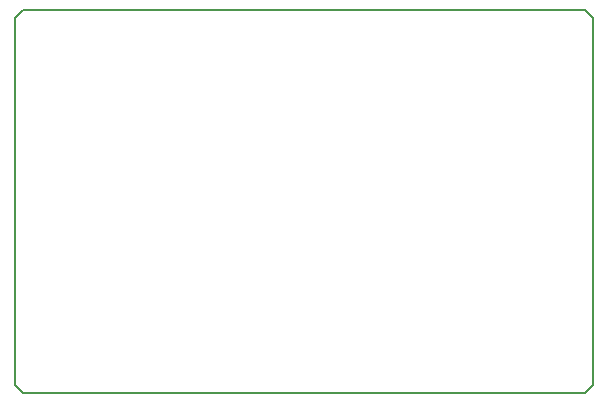
<source format=gbr>
G04 DipTrace 3.3.1.1*
G04 BoardOutline.gbr*
%MOIN*%
G04 #@! TF.FileFunction,Profile*
G04 #@! TF.Part,Single*
%ADD11C,0.005512*%
%FSLAX26Y26*%
G04*
G70*
G90*
G75*
G01*
G04 BoardOutline*
%LPD*%
X418701Y1668701D2*
D11*
X2293701D1*
X2318701Y1643701D1*
Y418701D1*
X2293701Y393701D1*
X418701D1*
X393701Y418701D1*
Y1643701D1*
X418701Y1668701D1*
M02*

</source>
